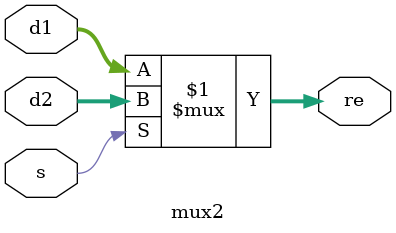
<source format=v>
`timescale 1ns / 1ps

module mux2 #(parameter WIDTH = 8)
(
	input [WIDTH-1:0]d1,d2,
	input s,
	output [WIDTH-1:0]re
);

assign re = s ? d2 : d1;

endmodule

</source>
